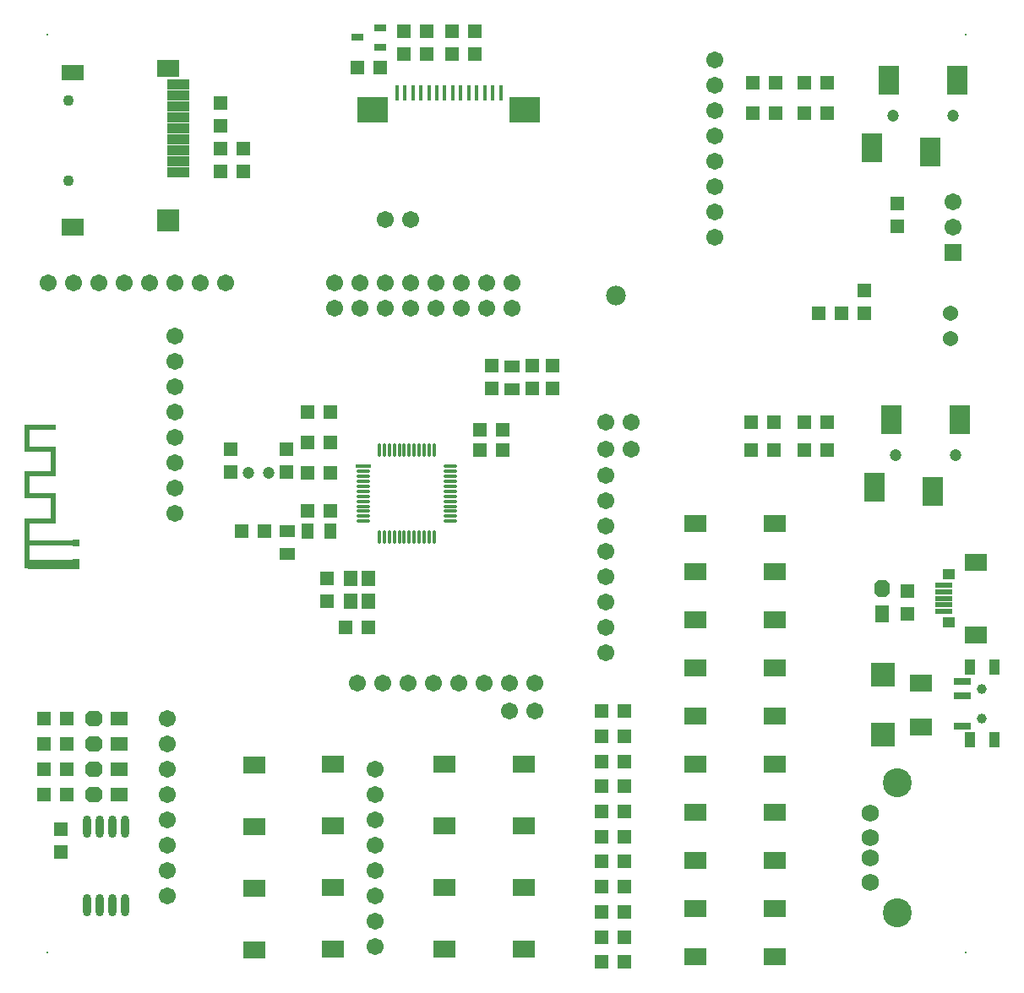
<source format=gts>
G04*
G04 #@! TF.GenerationSoftware,Altium Limited,Altium Designer,21.9.2 (33)*
G04*
G04 Layer_Color=8388736*
%FSLAX25Y25*%
%MOIN*%
G70*
G04*
G04 #@! TF.SameCoordinates,66518ADA-414C-4047-A028-89B1228E7E92*
G04*
G04*
G04 #@! TF.FilePolarity,Negative*
G04*
G01*
G75*
%ADD21R,0.01968X0.03543*%
%ADD22R,0.01968X0.01968*%
%ADD53C,0.03543*%
%ADD54C,0.01968*%
%ADD55R,0.02769X0.04343*%
%ADD56R,0.02769X0.02769*%
%ADD57R,0.05800X0.05800*%
%ADD58R,0.05800X0.05800*%
%ADD59R,0.07887X0.11627*%
%ADD60R,0.09461X0.09461*%
G04:AMPARAMS|DCode=61|XSize=68mil|YSize=58mil|CornerRadius=0mil|HoleSize=0mil|Usage=FLASHONLY|Rotation=90.000|XOffset=0mil|YOffset=0mil|HoleType=Round|Shape=Octagon|*
%AMOCTAGOND61*
4,1,8,0.01450,0.03400,-0.01450,0.03400,-0.02900,0.01950,-0.02900,-0.01950,-0.01450,-0.03400,0.01450,-0.03400,0.02900,-0.01950,0.02900,0.01950,0.01450,0.03400,0.0*
%
%ADD61OCTAGOND61*%

%ADD62R,0.05800X0.06800*%
%ADD63R,0.07099X0.02375*%
%ADD64R,0.04737X0.02572*%
%ADD65O,0.05912X0.01300*%
%ADD66O,0.01300X0.05912*%
%ADD67O,0.05912X0.01300*%
%ADD68R,0.05912X0.01300*%
%ADD69O,0.01300X0.05912*%
%ADD70O,0.03200X0.08800*%
%ADD71R,0.06706X0.03162*%
%ADD72R,0.03950X0.06312*%
%ADD73R,0.08674X0.06706*%
%ADD74R,0.08674X0.03950*%
%ADD75R,0.08674X0.04147*%
%ADD76R,0.08674X0.06706*%
%ADD77R,0.08674X0.08674*%
%ADD78R,0.08674X0.06312*%
%ADD79R,0.08800X0.06800*%
%ADD80R,0.05600X0.06400*%
%ADD81R,0.04800X0.06300*%
G04:AMPARAMS|DCode=82|XSize=68mil|YSize=58mil|CornerRadius=0mil|HoleSize=0mil|Usage=FLASHONLY|Rotation=180.000|XOffset=0mil|YOffset=0mil|HoleType=Round|Shape=Octagon|*
%AMOCTAGOND82*
4,1,8,-0.03400,0.01450,-0.03400,-0.01450,-0.01950,-0.02900,0.01950,-0.02900,0.03400,-0.01450,0.03400,0.01450,0.01950,0.02900,-0.01950,0.02900,-0.03400,0.01450,0.0*
%
%ADD82OCTAGOND82*%

%ADD83R,0.06800X0.05800*%
%ADD84R,0.01581X0.06306*%
%ADD85R,0.12211X0.10243*%
%ADD86R,0.06300X0.04800*%
%ADD87C,0.06706*%
%ADD88C,0.04737*%
%ADD89R,0.04737X0.03950*%
%ADD90C,0.07800*%
%ADD91C,0.03950*%
%ADD92C,0.06800*%
%ADD93C,0.11430*%
%ADD94C,0.06048*%
%ADD95C,0.00800*%
%ADD96C,0.04343*%
%ADD97R,0.06706X0.06706*%
D21*
X26898Y169228D02*
D03*
D22*
X7606Y168441D02*
D03*
X7606Y223165D02*
D03*
Y214504D02*
D03*
X18000D02*
D03*
X7606Y204661D02*
D03*
X18000D02*
D03*
X7606Y196000D02*
D03*
X26898Y177496D02*
D03*
X7606Y186158D02*
D03*
X18000D02*
D03*
Y196000D02*
D03*
X9575Y177496D02*
D03*
X18000Y223165D02*
D03*
D53*
X8394Y169228D02*
X26110D01*
D54*
X7606Y177496D02*
X26898D01*
X7606Y196000D02*
Y204661D01*
Y196000D02*
X18000D01*
Y186158D02*
Y196000D01*
X7606Y186158D02*
X18000D01*
X7606Y168441D02*
Y186158D01*
Y204661D02*
X18000D01*
X7606Y214504D02*
Y223165D01*
Y214504D02*
X18000D01*
Y204661D02*
Y214504D01*
X7606Y223165D02*
X18000D01*
D55*
X26898Y169228D02*
D03*
D56*
Y177496D02*
D03*
D57*
X156500Y370500D02*
D03*
Y379500D02*
D03*
X338000Y277000D02*
D03*
Y268000D02*
D03*
X355000Y149500D02*
D03*
Y158500D02*
D03*
X84000Y342000D02*
D03*
Y351000D02*
D03*
X88000Y214500D02*
D03*
Y205500D02*
D03*
X110000Y214500D02*
D03*
Y205500D02*
D03*
X21000Y64500D02*
D03*
Y55500D02*
D03*
X215000Y247500D02*
D03*
Y238500D02*
D03*
X351000Y302500D02*
D03*
Y311500D02*
D03*
X175400Y379500D02*
D03*
Y370500D02*
D03*
X184400D02*
D03*
Y379500D02*
D03*
X165500Y370500D02*
D03*
Y379500D02*
D03*
X191000Y247500D02*
D03*
Y238500D02*
D03*
X207000D02*
D03*
Y247500D02*
D03*
X126000Y154500D02*
D03*
Y163500D02*
D03*
D58*
X314500Y359000D02*
D03*
X323500D02*
D03*
X320000Y268000D02*
D03*
X329000D02*
D03*
X147000Y365000D02*
D03*
X138000D02*
D03*
X127500Y217000D02*
D03*
X118500D02*
D03*
X186500Y222000D02*
D03*
X195500D02*
D03*
X118500Y229000D02*
D03*
X127500D02*
D03*
X118500Y205000D02*
D03*
X127500D02*
D03*
X234500Y51600D02*
D03*
X243500D02*
D03*
X234500Y41700D02*
D03*
X243500D02*
D03*
X234500Y31800D02*
D03*
X243500D02*
D03*
X234500Y21900D02*
D03*
X243500D02*
D03*
X234500Y12000D02*
D03*
X243500D02*
D03*
X234500Y91200D02*
D03*
X243500D02*
D03*
X234500Y81300D02*
D03*
X243500D02*
D03*
X234500Y101100D02*
D03*
X243500D02*
D03*
X234500Y71400D02*
D03*
X243500D02*
D03*
X234500Y61500D02*
D03*
X243500D02*
D03*
X234500Y111000D02*
D03*
X243500D02*
D03*
X294000Y359000D02*
D03*
X303000D02*
D03*
X294000Y347000D02*
D03*
X303000D02*
D03*
X314500D02*
D03*
X323500D02*
D03*
X314500Y214000D02*
D03*
X323500D02*
D03*
X314500Y225000D02*
D03*
X323500D02*
D03*
X293500Y214000D02*
D03*
X302500D02*
D03*
X293500Y225000D02*
D03*
X302500D02*
D03*
X14500Y108000D02*
D03*
X23500D02*
D03*
X14500Y98000D02*
D03*
X23500D02*
D03*
X14500Y88000D02*
D03*
X23500D02*
D03*
X14500Y78000D02*
D03*
X23500D02*
D03*
X93000Y333000D02*
D03*
X84000D02*
D03*
Y324000D02*
D03*
X93000D02*
D03*
X101200Y182000D02*
D03*
X92200D02*
D03*
X142500Y144000D02*
D03*
X133500D02*
D03*
X127500Y190000D02*
D03*
X118500D02*
D03*
X195500Y214000D02*
D03*
X186500D02*
D03*
D59*
X363945Y331827D02*
D03*
X374772Y360173D02*
D03*
X341110Y333402D02*
D03*
X347606Y360173D02*
D03*
X364945Y197827D02*
D03*
X375772Y226173D02*
D03*
X342110Y199402D02*
D03*
X348606Y226173D02*
D03*
D60*
X345500Y101689D02*
D03*
Y125311D02*
D03*
D61*
X345000Y159500D02*
D03*
D62*
Y149500D02*
D03*
D63*
X369402Y150382D02*
D03*
Y158059D02*
D03*
Y160618D02*
D03*
Y155500D02*
D03*
Y152941D02*
D03*
D64*
X138071Y377000D02*
D03*
X147000Y380740D02*
D03*
Y373260D02*
D03*
D65*
X140354Y203740D02*
D03*
Y201772D02*
D03*
Y199803D02*
D03*
Y197835D02*
D03*
Y195866D02*
D03*
Y193898D02*
D03*
Y191929D02*
D03*
Y189961D02*
D03*
Y187992D02*
D03*
Y186024D02*
D03*
X174606Y186024D02*
D03*
Y187992D02*
D03*
Y189961D02*
D03*
Y191929D02*
D03*
Y193898D02*
D03*
Y195866D02*
D03*
Y197835D02*
D03*
Y199803D02*
D03*
Y201772D02*
D03*
Y203740D02*
D03*
Y205709D02*
D03*
X140354D02*
D03*
D66*
X146653Y179724D02*
D03*
X148622D02*
D03*
X150591D02*
D03*
X152559D02*
D03*
X158465D02*
D03*
X156496D02*
D03*
X160433D02*
D03*
X162401D02*
D03*
X154527D02*
D03*
X164370D02*
D03*
X166339D02*
D03*
X168307D02*
D03*
X148622Y213976D02*
D03*
X150591D02*
D03*
X152559D02*
D03*
X154527D02*
D03*
X156496D02*
D03*
X158465D02*
D03*
X160433D02*
D03*
X162401D02*
D03*
X164370D02*
D03*
X166339D02*
D03*
X168307D02*
D03*
D67*
X174606Y207677D02*
D03*
D68*
X140354Y207677D02*
D03*
D69*
X146653Y213976D02*
D03*
D70*
X41500Y65500D02*
D03*
X31500Y34500D02*
D03*
Y65500D02*
D03*
X36500D02*
D03*
X41500Y34500D02*
D03*
X46500Y65500D02*
D03*
X36500Y34500D02*
D03*
X46500D02*
D03*
D71*
X376642Y122858D02*
D03*
Y116953D02*
D03*
Y105142D02*
D03*
D72*
X379579Y128370D02*
D03*
X389421D02*
D03*
Y99630D02*
D03*
X379579D02*
D03*
D73*
X97269Y89921D02*
D03*
X128500Y90000D02*
D03*
X302731Y166079D02*
D03*
X271500Y166000D02*
D03*
X302731Y147079D02*
D03*
X271500Y147000D02*
D03*
X302731Y185079D02*
D03*
X271500Y185000D02*
D03*
X302731Y109079D02*
D03*
X271500Y109000D02*
D03*
X302731Y128079D02*
D03*
X271500Y128000D02*
D03*
X302731Y71079D02*
D03*
X271500Y71000D02*
D03*
X302731Y14079D02*
D03*
X271500Y14000D02*
D03*
X302731Y33079D02*
D03*
X271500Y33000D02*
D03*
X302731Y52079D02*
D03*
X271500Y52000D02*
D03*
X302731Y90079D02*
D03*
X271500Y90000D02*
D03*
X25575Y302000D02*
D03*
X128500Y17000D02*
D03*
X97269Y16921D02*
D03*
X172500Y17000D02*
D03*
X203731Y17079D02*
D03*
X172500Y65667D02*
D03*
X203731Y65745D02*
D03*
X172500Y90000D02*
D03*
X203731Y90079D02*
D03*
X128500Y41333D02*
D03*
X97269Y41255D02*
D03*
X128500Y65667D02*
D03*
X97269Y65588D02*
D03*
X172500Y41333D02*
D03*
X203731Y41412D02*
D03*
D74*
X67307Y341173D02*
D03*
X67307Y332512D02*
D03*
X67307Y354165D02*
D03*
X67307Y358496D02*
D03*
X67307Y328181D02*
D03*
X67307Y336842D02*
D03*
X67307Y345504D02*
D03*
Y349835D02*
D03*
D75*
X67307Y323654D02*
D03*
D76*
X63370Y364795D02*
D03*
X382000Y141228D02*
D03*
Y169772D02*
D03*
D77*
X63370Y304756D02*
D03*
D78*
X25575Y363024D02*
D03*
D79*
X360376Y104612D02*
D03*
X360300Y122100D02*
D03*
D80*
X135500Y163500D02*
D03*
X142500D02*
D03*
Y154500D02*
D03*
X135500D02*
D03*
D81*
X127500Y182000D02*
D03*
X118500D02*
D03*
D82*
X34000Y108000D02*
D03*
Y98000D02*
D03*
Y88000D02*
D03*
Y78000D02*
D03*
D83*
X44000Y108000D02*
D03*
Y98000D02*
D03*
Y88000D02*
D03*
Y78000D02*
D03*
D84*
X194547Y355000D02*
D03*
X191398D02*
D03*
X188248D02*
D03*
X185099D02*
D03*
X181949D02*
D03*
X178799D02*
D03*
X175650D02*
D03*
X172500D02*
D03*
X169351D02*
D03*
X166201D02*
D03*
X163051D02*
D03*
X159902D02*
D03*
X156752D02*
D03*
X153603D02*
D03*
D85*
X144146Y348505D02*
D03*
X203988D02*
D03*
D86*
X199000Y247000D02*
D03*
Y238000D02*
D03*
X110200Y173000D02*
D03*
Y182000D02*
D03*
D87*
X63000Y108000D02*
D03*
X86000Y280000D02*
D03*
X76000D02*
D03*
X66000D02*
D03*
X56000D02*
D03*
X46000D02*
D03*
X36000D02*
D03*
X26000D02*
D03*
X16000D02*
D03*
X199000D02*
D03*
Y270000D02*
D03*
X189000Y280000D02*
D03*
Y270000D02*
D03*
X179000Y280000D02*
D03*
Y270000D02*
D03*
X168971Y280000D02*
D03*
Y270000D02*
D03*
X159000Y280000D02*
D03*
Y270000D02*
D03*
X149000D02*
D03*
Y280000D02*
D03*
X138971D02*
D03*
Y270000D02*
D03*
X128971Y280000D02*
D03*
Y270000D02*
D03*
X145000Y88000D02*
D03*
Y78000D02*
D03*
Y68000D02*
D03*
Y58000D02*
D03*
Y48000D02*
D03*
Y38000D02*
D03*
Y28000D02*
D03*
Y18000D02*
D03*
X63000Y38000D02*
D03*
Y48000D02*
D03*
Y58000D02*
D03*
Y68000D02*
D03*
Y78000D02*
D03*
Y88000D02*
D03*
Y98000D02*
D03*
X66000Y259000D02*
D03*
Y249000D02*
D03*
Y239000D02*
D03*
Y229000D02*
D03*
Y219000D02*
D03*
Y209000D02*
D03*
Y199000D02*
D03*
Y189000D02*
D03*
X198000Y111000D02*
D03*
X208000D02*
D03*
X149000Y305000D02*
D03*
X159000D02*
D03*
X279000Y298000D02*
D03*
Y308000D02*
D03*
Y318000D02*
D03*
Y328000D02*
D03*
Y338000D02*
D03*
Y348000D02*
D03*
Y358000D02*
D03*
Y368000D02*
D03*
X208000Y122000D02*
D03*
X198000D02*
D03*
X188000D02*
D03*
X178000D02*
D03*
X168000D02*
D03*
X158000D02*
D03*
X148000D02*
D03*
X138000D02*
D03*
X236000Y134000D02*
D03*
Y144000D02*
D03*
Y154000D02*
D03*
Y164000D02*
D03*
Y174000D02*
D03*
Y184000D02*
D03*
Y194000D02*
D03*
Y204000D02*
D03*
X373000Y312000D02*
D03*
Y302000D02*
D03*
X245931Y214529D02*
D03*
X235931D02*
D03*
X245962Y225029D02*
D03*
X235962D02*
D03*
D88*
X373000Y346000D02*
D03*
X349378D02*
D03*
X374000Y212000D02*
D03*
X350378D02*
D03*
X102937Y205000D02*
D03*
X95063D02*
D03*
D89*
X371331Y165047D02*
D03*
Y145953D02*
D03*
D90*
X240000Y275000D02*
D03*
D91*
X384500Y119905D02*
D03*
Y108095D02*
D03*
D92*
X340500Y70842D02*
D03*
Y61000D02*
D03*
Y53126D02*
D03*
Y43284D02*
D03*
D93*
X350874Y82850D02*
D03*
Y31276D02*
D03*
D94*
X372000Y268000D02*
D03*
Y258000D02*
D03*
D95*
X15748Y377953D02*
D03*
X377953D02*
D03*
Y15748D02*
D03*
X15748D02*
D03*
D96*
X24000Y352000D02*
D03*
X24000Y320504D02*
D03*
D97*
X373000Y292000D02*
D03*
M02*

</source>
